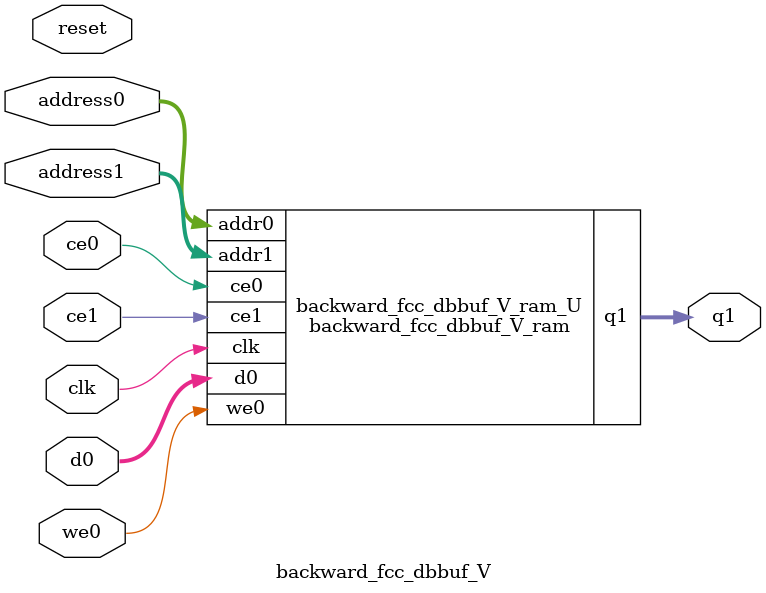
<source format=v>
`timescale 1 ns / 1 ps
module backward_fcc_dbbuf_V_ram (addr0, ce0, d0, we0, addr1, ce1, q1,  clk);

parameter DWIDTH = 16;
parameter AWIDTH = 7;
parameter MEM_SIZE = 100;

input[AWIDTH-1:0] addr0;
input ce0;
input[DWIDTH-1:0] d0;
input we0;
input[AWIDTH-1:0] addr1;
input ce1;
output reg[DWIDTH-1:0] q1;
input clk;

reg [DWIDTH-1:0] ram[0:MEM_SIZE-1];




always @(posedge clk)  
begin 
    if (ce0) begin
        if (we0) 
            ram[addr0] <= d0; 
    end
end


always @(posedge clk)  
begin 
    if (ce1) begin
        q1 <= ram[addr1];
    end
end


endmodule

`timescale 1 ns / 1 ps
module backward_fcc_dbbuf_V(
    reset,
    clk,
    address0,
    ce0,
    we0,
    d0,
    address1,
    ce1,
    q1);

parameter DataWidth = 32'd16;
parameter AddressRange = 32'd100;
parameter AddressWidth = 32'd7;
input reset;
input clk;
input[AddressWidth - 1:0] address0;
input ce0;
input we0;
input[DataWidth - 1:0] d0;
input[AddressWidth - 1:0] address1;
input ce1;
output[DataWidth - 1:0] q1;



backward_fcc_dbbuf_V_ram backward_fcc_dbbuf_V_ram_U(
    .clk( clk ),
    .addr0( address0 ),
    .ce0( ce0 ),
    .we0( we0 ),
    .d0( d0 ),
    .addr1( address1 ),
    .ce1( ce1 ),
    .q1( q1 ));

endmodule


</source>
